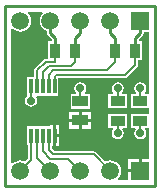
<source format=gtl>
%FSLAX25Y25*%
%MOIN*%
G70*
G01*
G75*
G04 Layer_Physical_Order=1*
G04 Layer_Color=255*
%ADD10R,0.05118X0.03347*%
%ADD11R,0.05315X0.03740*%
%ADD12R,0.03347X0.05118*%
%ADD13R,0.01181X0.05118*%
%ADD14C,0.00800*%
%ADD15C,0.01000*%
%ADD16C,0.05906*%
%ADD17R,0.05906X0.05906*%
%ADD18C,0.02756*%
G36*
X157397Y192736D02*
X157440Y192500D01*
X156897Y191792D01*
X156539Y190927D01*
X156417Y190000D01*
X156539Y189073D01*
X156897Y188208D01*
X157466Y187466D01*
X158208Y186897D01*
X158878Y186619D01*
Y186000D01*
X158878Y186000D01*
X158964Y185571D01*
X159207Y185207D01*
X160532Y183882D01*
Y183159D01*
X159380D01*
Y177420D01*
X158400D01*
X158010Y177342D01*
X157679Y177121D01*
X154811Y174252D01*
X154589Y173922D01*
X154512Y173531D01*
Y171427D01*
X152372D01*
Y165109D01*
X152372Y165109D01*
X152193Y164901D01*
X152137Y164863D01*
X151700Y164209D01*
X151546Y163437D01*
X151700Y162665D01*
X152137Y162011D01*
X152791Y161574D01*
X153563Y161420D01*
X154335Y161574D01*
X154989Y162011D01*
X155426Y162665D01*
X155580Y163437D01*
X155426Y164209D01*
X155159Y164609D01*
X155426Y165109D01*
X162628D01*
Y170980D01*
X185000D01*
X185390Y171058D01*
X185721Y171279D01*
X189067Y174626D01*
X189288Y174956D01*
X189366Y175347D01*
Y176841D01*
X190620D01*
Y183159D01*
X189468D01*
Y183882D01*
X190793Y185207D01*
X190793Y185207D01*
X191036Y185571D01*
X191122Y186000D01*
X191241Y186447D01*
X193000D01*
Y165620D01*
X191646D01*
X191509Y165902D01*
X191457Y166120D01*
X191863Y166728D01*
X192017Y167500D01*
X191863Y168272D01*
X191426Y168926D01*
X190772Y169363D01*
X190000Y169517D01*
X189228Y169363D01*
X188574Y168926D01*
X188137Y168272D01*
X187983Y167500D01*
X188137Y166728D01*
X188543Y166120D01*
X188491Y165902D01*
X188354Y165620D01*
X186841D01*
Y161073D01*
X193000D01*
Y158927D01*
X186841D01*
Y154380D01*
X188354D01*
X188491Y154098D01*
X188543Y153880D01*
X188137Y153272D01*
X187983Y152500D01*
X188137Y151728D01*
X188574Y151074D01*
X189228Y150637D01*
X190000Y150483D01*
X190772Y150637D01*
X191426Y151074D01*
X191863Y151728D01*
X192017Y152500D01*
X191863Y153272D01*
X191457Y153880D01*
X191509Y154098D01*
X191646Y154380D01*
X193000D01*
Y143953D01*
X190500D01*
Y140000D01*
X190000D01*
Y139500D01*
X186047D01*
Y137000D01*
X182692D01*
X182603Y137264D01*
X182560Y137500D01*
X183103Y138208D01*
X183461Y139073D01*
X183583Y140000D01*
X183461Y140927D01*
X183103Y141792D01*
X182534Y142534D01*
X181792Y143103D01*
X180927Y143461D01*
X180000Y143583D01*
X179073Y143461D01*
X178300Y143141D01*
X175221Y146221D01*
X174890Y146442D01*
X174500Y146520D01*
X161422D01*
X160488Y147454D01*
Y148173D01*
X160937D01*
Y151732D01*
Y155291D01*
X159846D01*
Y154891D01*
X152372D01*
Y148573D01*
X152543D01*
Y143985D01*
X151700Y143141D01*
X150927Y143461D01*
X150000Y143583D01*
X149073Y143461D01*
X148208Y143103D01*
X147500Y142560D01*
X147264Y142603D01*
X147000Y142692D01*
Y187308D01*
X147264Y187397D01*
X147500Y187440D01*
X148208Y186897D01*
X149073Y186539D01*
X150000Y186417D01*
X150927Y186539D01*
X151792Y186897D01*
X152534Y187466D01*
X153103Y188208D01*
X153461Y189073D01*
X153583Y190000D01*
X153461Y190927D01*
X153103Y191792D01*
X152560Y192500D01*
X152603Y192736D01*
X152692Y193000D01*
X157308D01*
X157397Y192736D01*
D02*
G37*
%LPC*%
G36*
X163028Y155291D02*
X161937D01*
Y152232D01*
X163028D01*
Y155291D01*
D02*
G37*
G36*
X169500Y156350D02*
X166342D01*
Y153980D01*
X169500D01*
Y156350D01*
D02*
G37*
G36*
X185659Y158927D02*
X179341D01*
Y154380D01*
X180854D01*
X180991Y154098D01*
X181043Y153880D01*
X180637Y153272D01*
X180483Y152500D01*
X180637Y151728D01*
X181074Y151074D01*
X181728Y150637D01*
X182500Y150483D01*
X183272Y150637D01*
X183926Y151074D01*
X184363Y151728D01*
X184517Y152500D01*
X184363Y153272D01*
X183957Y153880D01*
X184009Y154098D01*
X184146Y154380D01*
X185659D01*
Y158927D01*
D02*
G37*
G36*
X189500Y143953D02*
X186047D01*
Y140500D01*
X189500D01*
Y143953D01*
D02*
G37*
G36*
X163028Y151232D02*
X161937D01*
Y148173D01*
X163028D01*
Y151232D01*
D02*
G37*
G36*
X170000Y169517D02*
X169228Y169363D01*
X168574Y168926D01*
X168137Y168272D01*
X167983Y167500D01*
X168137Y166728D01*
X168543Y166120D01*
X168491Y165902D01*
X168354Y165620D01*
X166743D01*
Y160679D01*
X173258D01*
Y165620D01*
X171646D01*
X171509Y165902D01*
X171457Y166120D01*
X171863Y166728D01*
X172017Y167500D01*
X171863Y168272D01*
X171426Y168926D01*
X170772Y169363D01*
X170000Y169517D01*
D02*
G37*
G36*
X182500D02*
X181728Y169363D01*
X181074Y168926D01*
X180637Y168272D01*
X180483Y167500D01*
X180637Y166728D01*
X181043Y166120D01*
X180991Y165902D01*
X180854Y165620D01*
X179341D01*
Y161073D01*
X185659D01*
Y165620D01*
X184146D01*
X184009Y165902D01*
X183957Y166120D01*
X184363Y166728D01*
X184517Y167500D01*
X184363Y168272D01*
X183926Y168926D01*
X183272Y169363D01*
X182500Y169517D01*
D02*
G37*
G36*
X173658Y159721D02*
X170500D01*
Y157350D01*
X173658D01*
Y159721D01*
D02*
G37*
G36*
Y156350D02*
X170500D01*
Y153980D01*
X173658D01*
Y156350D01*
D02*
G37*
G36*
X169500Y159721D02*
X166342D01*
Y157350D01*
X169500D01*
Y159721D01*
D02*
G37*
%LPD*%
D10*
X190000Y156653D02*
D03*
Y163347D02*
D03*
X182500Y156653D02*
D03*
Y163347D02*
D03*
D11*
X170000Y163150D02*
D03*
Y156850D02*
D03*
D12*
X181653Y180000D02*
D03*
X188347D02*
D03*
X161653D02*
D03*
X168347D02*
D03*
D13*
X161437Y168268D02*
D03*
X159468D02*
D03*
X157500D02*
D03*
X155532D02*
D03*
X153563D02*
D03*
X161437Y151732D02*
D03*
X159468D02*
D03*
X157500D02*
D03*
X155532D02*
D03*
X153563D02*
D03*
D14*
X190000Y152500D02*
Y156653D01*
X182500Y152500D02*
Y156653D01*
X170000Y163150D02*
Y167500D01*
X190000Y163347D02*
Y167500D01*
X182500Y163347D02*
Y167500D01*
X153563Y163437D02*
Y168268D01*
X155532Y173531D02*
X158400Y176400D01*
X155532Y168268D02*
Y173531D01*
X174500Y145500D02*
X180000Y140000D01*
X161000Y145500D02*
X174500D01*
X159468Y147031D02*
X161000Y145500D01*
X159468Y147031D02*
Y151732D01*
X166000Y144000D02*
X170000Y140000D01*
X160000Y144000D02*
X166000D01*
X157500Y146500D02*
X160000Y144000D01*
X157500Y146500D02*
Y151732D01*
X155532Y144468D02*
X160000Y140000D01*
X155532Y144468D02*
Y151732D01*
X150000Y140000D02*
X153563Y143563D01*
Y151732D01*
X188347Y175347D02*
Y180000D01*
X185000Y172000D02*
X188347Y175347D01*
X162000Y172000D02*
X185000D01*
X161437Y171437D02*
X162000Y172000D01*
X161437Y168268D02*
Y171437D01*
X181653Y176154D02*
Y180000D01*
X179000Y173500D02*
X181653Y176154D01*
X161000Y173500D02*
X179000D01*
X159468Y171968D02*
X161000Y173500D01*
X159468Y168268D02*
Y171968D01*
X158400Y176400D02*
X161400D01*
X161653Y176654D01*
X157500Y172900D02*
X159600Y175000D01*
X168347Y176347D02*
Y180000D01*
X167000Y175000D02*
X168347Y176347D01*
X159600Y175000D02*
X167000D01*
X157500Y168268D02*
Y172900D01*
X161653Y176654D02*
Y180000D01*
D15*
X188347D02*
Y184346D01*
X190000Y186000D01*
Y190000D01*
X181653Y180000D02*
Y184346D01*
X180000Y186000D02*
X181653Y184346D01*
X180000Y186000D02*
Y190000D01*
X168347Y180000D02*
Y184346D01*
X170000Y186000D01*
Y190000D01*
X161653Y180000D02*
Y184346D01*
X160000Y186000D02*
X161653Y184346D01*
X160000Y186000D02*
Y190000D01*
X145000Y135000D02*
X195000D01*
Y195000D01*
X145000D02*
X195000D01*
X145000Y135000D02*
Y195000D01*
D16*
X150000Y190000D02*
D03*
X160000D02*
D03*
X170000D02*
D03*
X180000D02*
D03*
X150000Y140000D02*
D03*
X160000D02*
D03*
X170000D02*
D03*
X180000D02*
D03*
D17*
X190000Y190000D02*
D03*
Y140000D02*
D03*
D18*
Y152500D02*
D03*
X182500D02*
D03*
X170000Y167500D02*
D03*
X190000D02*
D03*
X182500D02*
D03*
X153563Y163437D02*
D03*
M02*

</source>
